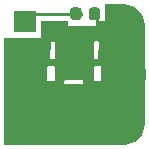
<source format=gbr>
G04 #@! TF.GenerationSoftware,KiCad,Pcbnew,7.0.2-0*
G04 #@! TF.CreationDate,2023-05-30T22:37:42-06:00*
G04 #@! TF.ProjectId,bias_T_launch_cpw,62696173-5f54-45f6-9c61-756e63685f63,rev?*
G04 #@! TF.SameCoordinates,Original*
G04 #@! TF.FileFunction,Soldermask,Top*
G04 #@! TF.FilePolarity,Negative*
%FSLAX46Y46*%
G04 Gerber Fmt 4.6, Leading zero omitted, Abs format (unit mm)*
G04 Created by KiCad (PCBNEW 7.0.2-0) date 2023-05-30 22:37:42*
%MOMM*%
%LPD*%
G01*
G04 APERTURE LIST*
G04 APERTURE END LIST*
G36*
X4002558Y6004829D02*
G01*
X4280542Y5984947D01*
X4290053Y5983580D01*
X4560162Y5924821D01*
X4569393Y5922111D01*
X4828396Y5825508D01*
X4837140Y5821514D01*
X5079764Y5689031D01*
X5087850Y5683835D01*
X5309144Y5518176D01*
X5316407Y5511882D01*
X5511882Y5316407D01*
X5518176Y5309144D01*
X5683835Y5087850D01*
X5689031Y5079764D01*
X5821514Y4837140D01*
X5825508Y4828396D01*
X5922111Y4569393D01*
X5924821Y4560162D01*
X5983580Y4290053D01*
X5984947Y4280542D01*
X6004829Y4002558D01*
X6005000Y3997782D01*
X6005000Y481874D01*
X6015765Y446386D01*
X6024542Y433250D01*
X6029762Y429762D01*
X6040818Y413217D01*
X6044700Y393700D01*
X6044700Y-393700D01*
X6040818Y-413217D01*
X6029762Y-429762D01*
X6024541Y-433250D01*
X6015765Y-446386D01*
X6005000Y-481874D01*
X6005000Y-3997782D01*
X6004829Y-4002558D01*
X5984947Y-4280542D01*
X5983580Y-4290053D01*
X5924821Y-4560162D01*
X5922111Y-4569393D01*
X5825508Y-4828396D01*
X5821514Y-4837140D01*
X5689031Y-5079764D01*
X5683835Y-5087850D01*
X5518176Y-5309144D01*
X5511882Y-5316407D01*
X5316407Y-5511882D01*
X5309144Y-5518176D01*
X5087850Y-5683835D01*
X5079764Y-5689031D01*
X4837140Y-5821514D01*
X4828396Y-5825508D01*
X4569393Y-5922111D01*
X4560162Y-5924821D01*
X4290053Y-5983580D01*
X4280542Y-5984947D01*
X4002558Y-6004829D01*
X3997782Y-6005000D01*
X-5982027Y-6005000D01*
X-5999053Y-6000000D01*
X-6000000Y-6000000D01*
X-6000000Y-5999592D01*
X-6002890Y-5996257D01*
X-6005000Y-5986562D01*
X-6005000Y-764977D01*
X-863600Y-764977D01*
X-790377Y-838200D01*
X688777Y-838200D01*
X762000Y-764977D01*
X762000Y-530423D01*
X688777Y-457200D01*
X-790377Y-457200D01*
X-863600Y-530423D01*
X-863600Y-764977D01*
X-6005000Y-764977D01*
X-6005000Y-457749D01*
X-2286000Y-457749D01*
X-2213358Y-530870D01*
X-1750205Y-533916D01*
X-1676400Y-460595D01*
X-1676400Y-434777D01*
X1676400Y-434777D01*
X1749623Y-508000D01*
X2212777Y-508000D01*
X2286000Y-434777D01*
X2286000Y612577D01*
X2212777Y685800D01*
X1749623Y685800D01*
X1676400Y612577D01*
X1676400Y-434777D01*
X-1676400Y-434777D01*
X-1676400Y612577D01*
X-1749623Y685800D01*
X-2212777Y685800D01*
X-2286000Y612577D01*
X-2286000Y-457749D01*
X-6005000Y-457749D01*
X-6005000Y1365663D01*
X-2031720Y1365663D01*
X-1959441Y1292267D01*
X-1845732Y1290974D01*
X-1750629Y1289893D01*
X-1676400Y1363284D01*
X-1676400Y1368623D01*
X1676400Y1368623D01*
X1749623Y1295400D01*
X1959127Y1295400D01*
X2032289Y1368272D01*
X2037666Y2723358D01*
X1965486Y2796736D01*
X1750731Y2799420D01*
X1676400Y2726012D01*
X1676400Y1368623D01*
X-1676400Y1368623D01*
X-1676400Y2720777D01*
X-1749623Y2794000D01*
X-1953180Y2794000D01*
X-2026342Y2721128D01*
X-2031720Y1365663D01*
X-6005000Y1365663D01*
X-6005000Y3082026D01*
X-6000000Y3099053D01*
X-6000000Y3100000D01*
X-5999593Y3100000D01*
X-5996257Y3102890D01*
X-5986562Y3105000D01*
X-2867223Y3105000D01*
X-2794000Y3178223D01*
X-2794000Y4486427D01*
X-2794000Y4495800D01*
X-2064503Y4495800D01*
X-2020369Y4515955D01*
X-2019824Y4516154D01*
X-2019375Y4516082D01*
X-2019300Y4521200D01*
X-571500Y4521200D01*
X-571764Y4503229D01*
X-571764Y4503228D01*
X-571937Y4491474D01*
X-576006Y4214725D01*
X-502569Y4140200D01*
X1674684Y4140200D01*
X1676400Y4140983D01*
X1676400Y4146550D01*
X1779869Y4145256D01*
X1854200Y4218663D01*
X1854200Y4486864D01*
X1854200Y4495800D01*
X1855484Y4495800D01*
X1861509Y4537723D01*
X1786743Y4624000D01*
X1478587Y4624000D01*
X1468750Y4624000D01*
X1430307Y4631646D01*
X1385873Y4638684D01*
X1380075Y4641638D01*
X1365521Y4644533D01*
X1337029Y4663570D01*
X1311112Y4676776D01*
X1298718Y4689169D01*
X1278008Y4703008D01*
X1264169Y4723718D01*
X1251776Y4736112D01*
X1238570Y4762029D01*
X1219533Y4790521D01*
X1216638Y4805075D01*
X1213684Y4810873D01*
X1206646Y4855309D01*
X1199000Y4893750D01*
X1199000Y5406250D01*
X1206646Y5444694D01*
X1213684Y5489126D01*
X1216637Y5494923D01*
X1219533Y5509479D01*
X1238572Y5537973D01*
X1251776Y5563887D01*
X1264167Y5576278D01*
X1278008Y5596992D01*
X1298721Y5610832D01*
X1311112Y5623223D01*
X1337023Y5636425D01*
X1365521Y5655467D01*
X1380078Y5658362D01*
X1385873Y5661315D01*
X1430284Y5668349D01*
X1468750Y5676000D01*
X1906250Y5676000D01*
X1944718Y5668348D01*
X1989126Y5661315D01*
X1994919Y5658362D01*
X2009479Y5655467D01*
X2037979Y5636423D01*
X2063887Y5623223D01*
X2076275Y5610834D01*
X2096992Y5596992D01*
X2110834Y5576275D01*
X2123223Y5563887D01*
X2136423Y5537979D01*
X2155467Y5509479D01*
X2158362Y5494919D01*
X2161315Y5489126D01*
X2168348Y5444718D01*
X2176000Y5406250D01*
X2176000Y4893750D01*
X2168349Y4855284D01*
X2161315Y4810873D01*
X2158362Y4805078D01*
X2155467Y4790521D01*
X2136423Y4762021D01*
X2123222Y4736111D01*
X2110832Y4723721D01*
X2096992Y4703008D01*
X2076280Y4689168D01*
X2037240Y4650128D01*
X2101164Y4495800D01*
X2521777Y4495800D01*
X2595000Y4569023D01*
X2595000Y5982026D01*
X2600000Y5999056D01*
X2600000Y6000000D01*
X2600406Y6000000D01*
X2603742Y6002890D01*
X2613438Y6005000D01*
X3997782Y6005000D01*
X4002558Y6004829D01*
G37*
G36*
X369718Y5668348D02*
G01*
X414126Y5661315D01*
X419919Y5658362D01*
X434479Y5655467D01*
X462979Y5636423D01*
X488887Y5623223D01*
X501275Y5610834D01*
X521992Y5596992D01*
X535834Y5576275D01*
X548223Y5563887D01*
X561423Y5537979D01*
X580467Y5509479D01*
X583362Y5494919D01*
X586315Y5489126D01*
X593348Y5444718D01*
X601000Y5406250D01*
X601000Y5281750D01*
X630519Y5226525D01*
X681005Y5192790D01*
X695980Y5183167D01*
X705982Y5161263D01*
X715070Y5147664D01*
X717289Y5136505D01*
X725707Y5118074D01*
X723713Y5104209D01*
X724551Y5100000D01*
X719346Y5073833D01*
X715523Y5047242D01*
X698674Y5027798D01*
X688071Y5011929D01*
X680595Y5006933D01*
X668661Y4993161D01*
X653180Y4988615D01*
X633609Y4975538D01*
X605421Y4931504D01*
X601000Y4903590D01*
X601000Y4893750D01*
X593349Y4855287D01*
X586315Y4810873D01*
X583362Y4805078D01*
X580467Y4790521D01*
X561425Y4762023D01*
X548223Y4736112D01*
X535832Y4723721D01*
X521992Y4703008D01*
X501278Y4689167D01*
X488887Y4676776D01*
X462973Y4663572D01*
X434479Y4644533D01*
X419923Y4641637D01*
X414126Y4638684D01*
X369694Y4631646D01*
X331250Y4624000D01*
X321413Y4624000D01*
X-96413Y4624000D01*
X-106250Y4624000D01*
X-144694Y4631646D01*
X-189126Y4638684D01*
X-194923Y4641637D01*
X-209479Y4644533D01*
X-237973Y4663572D01*
X-263887Y4676776D01*
X-276278Y4689167D01*
X-296992Y4703008D01*
X-310832Y4723721D01*
X-323223Y4736112D01*
X-336425Y4762023D01*
X-355467Y4790521D01*
X-358362Y4805078D01*
X-361315Y4810873D01*
X-368347Y4855275D01*
X-376000Y4893750D01*
X-376000Y4903597D01*
X-377505Y4913100D01*
X-447637Y4973000D01*
X-3225778Y4973000D01*
X-3299000Y4899778D01*
X-3299000Y3650000D01*
X-3302882Y3630483D01*
X-3313938Y3613938D01*
X-3330483Y3602882D01*
X-3350000Y3599000D01*
X-3362313Y3599000D01*
X-5037689Y3599000D01*
X-5050000Y3599000D01*
X-5069517Y3602882D01*
X-5086062Y3613938D01*
X-5097118Y3630483D01*
X-5101000Y3650000D01*
X-5101000Y5350000D01*
X-5097118Y5369517D01*
X-5086062Y5386062D01*
X-5069517Y5397118D01*
X-5050000Y5401000D01*
X-3350000Y5401000D01*
X-3330483Y5397118D01*
X-3313938Y5386062D01*
X-3302882Y5369517D01*
X-3299000Y5350000D01*
X-3299000Y5337683D01*
X-3288273Y5283749D01*
X-3219126Y5227000D01*
X-449223Y5227000D01*
X-376000Y5300223D01*
X-376000Y5396413D01*
X-376000Y5406250D01*
X-368350Y5444707D01*
X-361315Y5489126D01*
X-358362Y5494919D01*
X-355467Y5509479D01*
X-336423Y5537979D01*
X-323223Y5563887D01*
X-310834Y5576275D01*
X-296992Y5596992D01*
X-276275Y5610834D01*
X-263887Y5623223D01*
X-237979Y5636423D01*
X-209479Y5655467D01*
X-194919Y5658362D01*
X-189126Y5661315D01*
X-144718Y5668348D01*
X-106250Y5676000D01*
X331250Y5676000D01*
X369718Y5668348D01*
G37*
M02*

</source>
